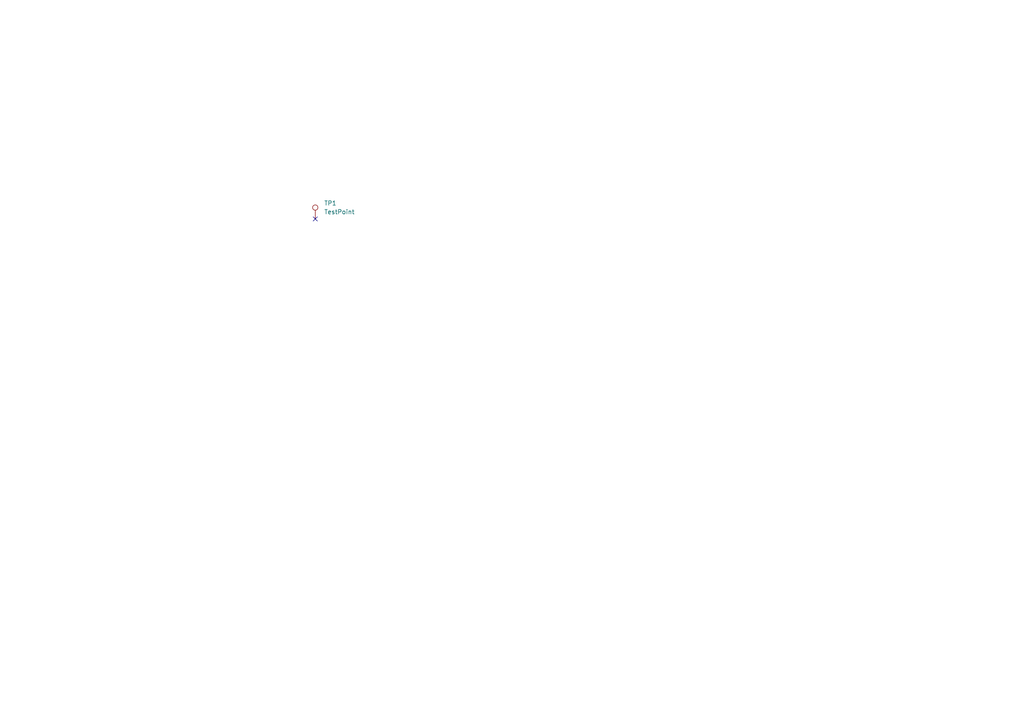
<source format=kicad_sch>
(kicad_sch (version 20231120) (generator "eeschema") (generator_version "8.0")
  (paper "A4")
  (lib_symbols
    (symbol "Connector:TestPoint" (pin_numbers hide) (pin_names (offset 0.762) hide)
      (property "Reference" "TP" (at 0 6.858 0))
      (property "Value" "TestPoint" (at 0 5.08 0))
      (symbol "TestPoint_0_1"
        (circle (center 0 3.302) (radius 0.762))
      )
      (symbol "TestPoint_1_1"
        (pin passive line (at 0 0 90) (length 2.54) (name "1") (number "1"))
      )
    )
  )
  (no_connect (at 91.44 63.5))
  (symbol (lib_id "Connector:TestPoint") (at 91.44 63.5 0) (unit 1)
    (property "Reference" "TP1" (at 93.98 58.9279 0) (effects (justify left)))
    (property "Value" "TestPoint" (at 93.98 61.4679 0) (effects (justify left)))
    (property "Footprint" "TestPoint:TestPoint_Bridge_Pitch2.0mm_Drill0.7mm" (effects (hide yes)))
    (property "Description" "test point" (effects (hide yes)))
  )
)
</source>
